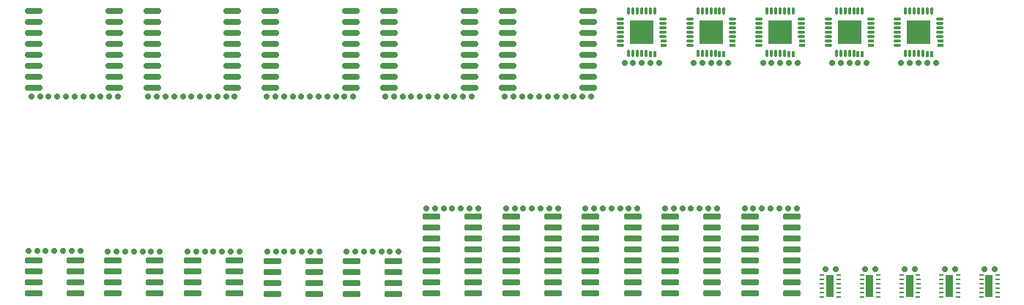
<source format=gbr>
%TF.GenerationSoftware,KiCad,Pcbnew,9.0.1*%
%TF.CreationDate,2025-04-16T14:08:05+02:00*%
%TF.ProjectId,cq2-adapt,6371322d-6164-4617-9074-2e6b69636164,rev?*%
%TF.SameCoordinates,Original*%
%TF.FileFunction,Soldermask,Top*%
%TF.FilePolarity,Negative*%
%FSLAX46Y46*%
G04 Gerber Fmt 4.6, Leading zero omitted, Abs format (unit mm)*
G04 Created by KiCad (PCBNEW 9.0.1) date 2025-04-16 14:08:05*
%MOMM*%
%LPD*%
G01*
G04 APERTURE LIST*
G04 Aperture macros list*
%AMRoundRect*
0 Rectangle with rounded corners*
0 $1 Rounding radius*
0 $2 $3 $4 $5 $6 $7 $8 $9 X,Y pos of 4 corners*
0 Add a 4 corners polygon primitive as box body*
4,1,4,$2,$3,$4,$5,$6,$7,$8,$9,$2,$3,0*
0 Add four circle primitives for the rounded corners*
1,1,$1+$1,$2,$3*
1,1,$1+$1,$4,$5*
1,1,$1+$1,$6,$7*
1,1,$1+$1,$8,$9*
0 Add four rect primitives between the rounded corners*
20,1,$1+$1,$2,$3,$4,$5,0*
20,1,$1+$1,$4,$5,$6,$7,0*
20,1,$1+$1,$6,$7,$8,$9,0*
20,1,$1+$1,$8,$9,$2,$3,0*%
G04 Aperture macros list end*
%ADD10RoundRect,0.170016X-0.864984X-0.159984X0.864984X-0.159984X0.864984X0.159984X-0.864984X0.159984X0*%
%ADD11C,0.700000*%
%ADD12RoundRect,0.062500X-0.187500X-0.062500X0.187500X-0.062500X0.187500X0.062500X-0.187500X0.062500X0*%
%ADD13R,0.900000X2.650000*%
%ADD14C,0.600000*%
%ADD15RoundRect,0.075000X0.350000X-0.075000X0.350000X0.075000X-0.350000X0.075000X-0.350000X-0.075000X0*%
%ADD16RoundRect,0.075000X-0.075000X-0.350000X0.075000X-0.350000X0.075000X0.350000X-0.075000X0.350000X0*%
%ADD17RoundRect,0.075000X-0.075000X-0.300000X0.075000X-0.300000X0.075000X0.300000X-0.075000X0.300000X0*%
%ADD18RoundRect,0.075000X0.300000X-0.075000X0.300000X0.075000X-0.300000X0.075000X-0.300000X-0.075000X0*%
%ADD19R,2.800000X2.800000*%
%ADD20RoundRect,0.150000X-0.875000X-0.150000X0.875000X-0.150000X0.875000X0.150000X-0.875000X0.150000X0*%
G04 APERTURE END LIST*
D10*
%TO.C,UT5*%
X93675000Y-108495000D03*
X93675000Y-109765000D03*
X93675000Y-111035000D03*
X93675000Y-112305000D03*
X98525000Y-112305000D03*
X98525000Y-111035000D03*
X98525000Y-109765000D03*
X98525000Y-108495000D03*
%TD*%
D11*
%TO.C,*%
X85900000Y-107395000D03*
%TD*%
D12*
%TO.C,UT2*%
X175650000Y-110150000D03*
X175650000Y-110650000D03*
X175650000Y-111150000D03*
X175650000Y-111650000D03*
X175650000Y-112150000D03*
X175650000Y-112650000D03*
X177550000Y-112650000D03*
X177550000Y-112150000D03*
X177551000Y-111650000D03*
X177551000Y-111150000D03*
X177551000Y-110650000D03*
X177550000Y-110150000D03*
D13*
X176550000Y-111400000D03*
%TD*%
D11*
%TO.C,*%
X137400000Y-85600000D03*
%TD*%
%TO.C,*%
X112500000Y-102400000D03*
%TD*%
D12*
%TO.C,UT2*%
X161850000Y-110150000D03*
X161850000Y-110650000D03*
X161850000Y-111150000D03*
X161850000Y-111650000D03*
X161850000Y-112150000D03*
X161850000Y-112650000D03*
X163750000Y-112650000D03*
X163750000Y-112150000D03*
X163751000Y-111650000D03*
X163751000Y-111150000D03*
X163751000Y-110650000D03*
X163750000Y-110150000D03*
D13*
X162750000Y-111400000D03*
%TD*%
D11*
%TO.C,*%
X73850000Y-89450000D03*
%TD*%
%TO.C,*%
X102050000Y-89500000D03*
%TD*%
%TO.C,*%
X132900000Y-102400000D03*
%TD*%
%TO.C,*%
X75850000Y-89450000D03*
%TD*%
%TO.C,*%
X68850000Y-89450000D03*
%TD*%
%TO.C,*%
X151300000Y-102400000D03*
%TD*%
%TO.C,*%
X85350000Y-89500000D03*
%TD*%
D14*
%TO.C,UB3*%
X159752494Y-81402497D03*
X159752494Y-82702497D03*
X161052494Y-81402497D03*
X161052494Y-82702497D03*
%TD*%
D11*
%TO.C,*%
X115500000Y-102400000D03*
%TD*%
%TO.C,*%
X88350000Y-89500000D03*
%TD*%
%TO.C,*%
X104300000Y-107400000D03*
%TD*%
%TO.C,*%
X94050000Y-89500000D03*
%TD*%
%TO.C,*%
X69500000Y-107390000D03*
%TD*%
%TO.C,*%
X110750000Y-89500000D03*
%TD*%
D12*
%TO.C,UT2*%
X157250000Y-110150000D03*
X157250000Y-110650000D03*
X157250000Y-111150000D03*
X157250000Y-111650000D03*
X157250000Y-112150000D03*
X157250000Y-112650000D03*
X159150000Y-112650000D03*
X159150000Y-112150000D03*
X159151000Y-111650000D03*
X159151000Y-111150000D03*
X159151000Y-110650000D03*
X159150000Y-110150000D03*
D13*
X158150000Y-111400000D03*
%TD*%
D15*
%TO.C,UT3*%
X149952494Y-80552497D03*
X149952494Y-81052497D03*
X149952494Y-81552497D03*
X149952494Y-82052497D03*
X149952494Y-82552497D03*
X149952494Y-83052497D03*
X149952494Y-83552497D03*
D16*
X150902494Y-84502497D03*
X151402494Y-84502497D03*
X151902494Y-84502497D03*
X152402494Y-84502497D03*
X152902494Y-84502497D03*
D17*
X153402494Y-84552497D03*
X153902494Y-84552497D03*
D18*
X154902494Y-83552497D03*
X154902494Y-83052497D03*
D15*
X154852494Y-82552497D03*
X154852494Y-82052497D03*
X154852494Y-81552497D03*
X154852494Y-81052497D03*
X154852494Y-80552497D03*
D16*
X153902494Y-79602497D03*
X153402494Y-79602497D03*
X152902494Y-79602497D03*
X152402494Y-79602497D03*
X151902494Y-79602497D03*
X151402494Y-79602497D03*
X150902494Y-79602497D03*
D14*
X151752494Y-81402497D03*
X151752494Y-82702497D03*
D19*
X152402494Y-82052497D03*
D14*
X153052494Y-81402497D03*
X153052494Y-82702497D03*
%TD*%
D11*
%TO.C,*%
X122700000Y-102400000D03*
%TD*%
%TO.C,*%
X131900000Y-102400000D03*
%TD*%
%TO.C,*%
X161402494Y-85602497D03*
%TD*%
D13*
%TO.C,UB2*%
X176550000Y-111400000D03*
%TD*%
D11*
%TO.C,*%
X172600000Y-109500000D03*
%TD*%
%TO.C,*%
X120550000Y-89500000D03*
%TD*%
%TO.C,*%
X163400000Y-109500000D03*
%TD*%
D10*
%TO.C,UT5*%
X102875000Y-108495000D03*
X102875000Y-109765000D03*
X102875000Y-111035000D03*
X102875000Y-112305000D03*
X107725000Y-112305000D03*
X107725000Y-111035000D03*
X107725000Y-109765000D03*
X107725000Y-108495000D03*
%TD*%
D11*
%TO.C,*%
X121550000Y-89500000D03*
%TD*%
%TO.C,*%
X126550000Y-89500000D03*
%TD*%
%TO.C,*%
X80350000Y-89500000D03*
%TD*%
%TO.C,*%
X111500000Y-102400000D03*
%TD*%
%TO.C,*%
X136400000Y-85600000D03*
%TD*%
D15*
%TO.C,UT3*%
X141950000Y-80550000D03*
X141950000Y-81050000D03*
X141950000Y-81550000D03*
X141950000Y-82050000D03*
X141950000Y-82550000D03*
X141950000Y-83050000D03*
X141950000Y-83550000D03*
D16*
X142900000Y-84500000D03*
X143400000Y-84500000D03*
X143900000Y-84500000D03*
X144400000Y-84500000D03*
X144900000Y-84500000D03*
D17*
X145400000Y-84550000D03*
X145900000Y-84550000D03*
D18*
X146900000Y-83550000D03*
X146900000Y-83050000D03*
D15*
X146850000Y-82550000D03*
X146850000Y-82050000D03*
X146850000Y-81550000D03*
X146850000Y-81050000D03*
X146850000Y-80550000D03*
D16*
X145900000Y-79600000D03*
X145400000Y-79600000D03*
X144900000Y-79600000D03*
X144400000Y-79600000D03*
X143900000Y-79600000D03*
X143400000Y-79600000D03*
X142900000Y-79600000D03*
D14*
X143750000Y-81400000D03*
X143750000Y-82700000D03*
D19*
X144400000Y-82050000D03*
D14*
X145050000Y-81400000D03*
X145050000Y-82700000D03*
%TD*%
D11*
%TO.C,*%
X107300000Y-107400000D03*
%TD*%
%TO.C,*%
X115750000Y-89500000D03*
%TD*%
D20*
%TO.C,UT1*%
X120900000Y-79600000D03*
X120900000Y-80870000D03*
X120900000Y-82140000D03*
X120900000Y-83410000D03*
X120900000Y-84680000D03*
X120900000Y-85950000D03*
X120900000Y-87220000D03*
X120900000Y-88490000D03*
X130200000Y-88490000D03*
X130200000Y-87220000D03*
X130200000Y-85950000D03*
X130200000Y-84680000D03*
X130200000Y-83410000D03*
X130200000Y-82140000D03*
X130200000Y-80870000D03*
X130200000Y-79600000D03*
%TD*%
D11*
%TO.C,*%
X130550000Y-89500000D03*
%TD*%
D13*
%TO.C,UB2*%
X167350000Y-111400000D03*
%TD*%
D11*
%TO.C,*%
X69850000Y-89450000D03*
%TD*%
%TO.C,*%
X113500000Y-102400000D03*
%TD*%
%TO.C,*%
X74850000Y-89450000D03*
%TD*%
%TO.C,*%
X67850000Y-89450000D03*
%TD*%
%TO.C,*%
X129900000Y-102400000D03*
%TD*%
D10*
%TO.C,UT4*%
X130500000Y-103400000D03*
X130500000Y-104670000D03*
X130500000Y-105940000D03*
X130500000Y-107210000D03*
X130500000Y-108480000D03*
X130500000Y-109750000D03*
X130500000Y-111020000D03*
X130500000Y-112290000D03*
X135350000Y-112290000D03*
X135350000Y-111020000D03*
X135350000Y-109750000D03*
X135350000Y-108480000D03*
X135350000Y-107210000D03*
X135350000Y-105940000D03*
X135350000Y-104670000D03*
X135350000Y-103400000D03*
%TD*%
%TO.C,UT4*%
X139700000Y-103400000D03*
X139700000Y-104670000D03*
X139700000Y-105940000D03*
X139700000Y-107210000D03*
X139700000Y-108480000D03*
X139700000Y-109750000D03*
X139700000Y-111020000D03*
X139700000Y-112290000D03*
X144550000Y-112290000D03*
X144550000Y-111020000D03*
X144550000Y-109750000D03*
X144550000Y-108480000D03*
X144550000Y-107210000D03*
X144550000Y-105940000D03*
X144550000Y-104670000D03*
X144550000Y-103400000D03*
%TD*%
D11*
%TO.C,*%
X153300000Y-102400000D03*
%TD*%
%TO.C,*%
X145100000Y-102400000D03*
%TD*%
%TO.C,*%
X130900000Y-102400000D03*
%TD*%
%TO.C,*%
X65500000Y-107390000D03*
%TD*%
%TO.C,*%
X142100000Y-102400000D03*
%TD*%
%TO.C,*%
X83350000Y-89500000D03*
%TD*%
%TO.C,*%
X158402494Y-85602497D03*
%TD*%
%TO.C,*%
X154402494Y-85602497D03*
%TD*%
%TO.C,*%
X133900000Y-102400000D03*
%TD*%
%TO.C,*%
X75700000Y-107395000D03*
%TD*%
%TO.C,*%
X148300000Y-102400000D03*
%TD*%
%TO.C,*%
X105300000Y-107400000D03*
%TD*%
%TO.C,*%
X66500000Y-107390000D03*
%TD*%
%TO.C,*%
X68500000Y-107390000D03*
%TD*%
%TO.C,*%
X142400000Y-85600000D03*
%TD*%
%TO.C,*%
X116750000Y-89500000D03*
%TD*%
%TO.C,*%
X124700000Y-102400000D03*
%TD*%
%TO.C,*%
X176000000Y-109500000D03*
%TD*%
D13*
%TO.C,UB2*%
X158150000Y-111400000D03*
%TD*%
D11*
%TO.C,*%
X159402494Y-85602497D03*
%TD*%
%TO.C,*%
X134400000Y-85600000D03*
%TD*%
%TO.C,*%
X77700000Y-107395000D03*
%TD*%
D20*
%TO.C,UT1*%
X93500000Y-79600000D03*
X93500000Y-80870000D03*
X93500000Y-82140000D03*
X93500000Y-83410000D03*
X93500000Y-84680000D03*
X93500000Y-85950000D03*
X93500000Y-87220000D03*
X93500000Y-88490000D03*
X102800000Y-88490000D03*
X102800000Y-87220000D03*
X102800000Y-85950000D03*
X102800000Y-84680000D03*
X102800000Y-83410000D03*
X102800000Y-82140000D03*
X102800000Y-80870000D03*
X102800000Y-79600000D03*
%TD*%
D11*
%TO.C,*%
X71500000Y-107390000D03*
%TD*%
%TO.C,*%
X103050000Y-89500000D03*
%TD*%
%TO.C,*%
X141100000Y-102400000D03*
%TD*%
%TO.C,*%
X70850000Y-89450000D03*
%TD*%
%TO.C,*%
X100050000Y-89500000D03*
%TD*%
%TO.C,*%
X162402494Y-85602497D03*
%TD*%
%TO.C,*%
X93100000Y-107400000D03*
%TD*%
D20*
%TO.C,UT1*%
X79800000Y-79600000D03*
X79800000Y-80870000D03*
X79800000Y-82140000D03*
X79800000Y-83410000D03*
X79800000Y-84680000D03*
X79800000Y-85950000D03*
X79800000Y-87220000D03*
X79800000Y-88490000D03*
X89100000Y-88490000D03*
X89100000Y-87220000D03*
X89100000Y-85950000D03*
X89100000Y-84680000D03*
X89100000Y-83410000D03*
X89100000Y-82140000D03*
X89100000Y-80870000D03*
X89100000Y-79600000D03*
%TD*%
D11*
%TO.C,*%
X152300000Y-102400000D03*
%TD*%
%TO.C,*%
X86900000Y-107395000D03*
%TD*%
%TO.C,*%
X86350000Y-89500000D03*
%TD*%
%TO.C,*%
X154300000Y-102400000D03*
%TD*%
%TO.C,*%
X79350000Y-89500000D03*
%TD*%
D14*
%TO.C,UB3*%
X167752494Y-81402497D03*
X167752494Y-82702497D03*
X169052494Y-81402497D03*
X169052494Y-82702497D03*
%TD*%
D11*
%TO.C,*%
X168402494Y-85602497D03*
%TD*%
%TO.C,*%
X150300000Y-102400000D03*
%TD*%
%TO.C,*%
X151402494Y-85602497D03*
%TD*%
%TO.C,*%
X97050000Y-89500000D03*
%TD*%
%TO.C,*%
X144100000Y-102400000D03*
%TD*%
D10*
%TO.C,UT4*%
X112100000Y-103400000D03*
X112100000Y-104670000D03*
X112100000Y-105940000D03*
X112100000Y-107210000D03*
X112100000Y-108480000D03*
X112100000Y-109750000D03*
X112100000Y-111020000D03*
X112100000Y-112290000D03*
X116950000Y-112290000D03*
X116950000Y-111020000D03*
X116950000Y-109750000D03*
X116950000Y-108480000D03*
X116950000Y-107210000D03*
X116950000Y-105940000D03*
X116950000Y-104670000D03*
X116950000Y-103400000D03*
%TD*%
D11*
%TO.C,*%
X162200000Y-109500000D03*
%TD*%
%TO.C,*%
X67500000Y-107390000D03*
%TD*%
%TO.C,*%
X152402494Y-85602497D03*
%TD*%
%TO.C,*%
X124550000Y-89500000D03*
%TD*%
%TO.C,*%
X169402494Y-85602497D03*
%TD*%
%TO.C,*%
X99050000Y-89500000D03*
%TD*%
D14*
%TO.C,UB3*%
X143750000Y-81400000D03*
X143750000Y-82700000D03*
X145050000Y-81400000D03*
X145050000Y-82700000D03*
%TD*%
D11*
%TO.C,*%
X121700000Y-102400000D03*
%TD*%
%TO.C,*%
X89350000Y-89500000D03*
%TD*%
%TO.C,*%
X106300000Y-107400000D03*
%TD*%
D15*
%TO.C,UT3*%
X133950000Y-80550000D03*
X133950000Y-81050000D03*
X133950000Y-81550000D03*
X133950000Y-82050000D03*
X133950000Y-82550000D03*
X133950000Y-83050000D03*
X133950000Y-83550000D03*
D16*
X134900000Y-84500000D03*
X135400000Y-84500000D03*
X135900000Y-84500000D03*
X136400000Y-84500000D03*
X136900000Y-84500000D03*
D17*
X137400000Y-84550000D03*
X137900000Y-84550000D03*
D18*
X138900000Y-83550000D03*
X138900000Y-83050000D03*
D15*
X138850000Y-82550000D03*
X138850000Y-82050000D03*
X138850000Y-81550000D03*
X138850000Y-81050000D03*
X138850000Y-80550000D03*
D16*
X137900000Y-79600000D03*
X137400000Y-79600000D03*
X136900000Y-79600000D03*
X136400000Y-79600000D03*
X135900000Y-79600000D03*
X135400000Y-79600000D03*
X134900000Y-79600000D03*
D14*
X135750000Y-81400000D03*
X135750000Y-82700000D03*
D19*
X136400000Y-82050000D03*
D14*
X137050000Y-81400000D03*
X137050000Y-82700000D03*
%TD*%
D10*
%TO.C,UT5*%
X66075000Y-108485000D03*
X66075000Y-109755000D03*
X66075000Y-111025000D03*
X66075000Y-112295000D03*
X70925000Y-112295000D03*
X70925000Y-111025000D03*
X70925000Y-109755000D03*
X70925000Y-108485000D03*
%TD*%
D11*
%TO.C,*%
X83900000Y-107395000D03*
%TD*%
%TO.C,*%
X74700000Y-107395000D03*
%TD*%
%TO.C,*%
X158800000Y-109500000D03*
%TD*%
%TO.C,*%
X79700000Y-107395000D03*
%TD*%
%TO.C,*%
X109750000Y-89500000D03*
%TD*%
%TO.C,*%
X135400000Y-85600000D03*
%TD*%
%TO.C,*%
X128550000Y-89500000D03*
%TD*%
%TO.C,*%
X108750000Y-89500000D03*
%TD*%
%TO.C,*%
X94100000Y-107400000D03*
%TD*%
%TO.C,*%
X143400000Y-85600000D03*
%TD*%
%TO.C,*%
X81350000Y-89500000D03*
%TD*%
%TO.C,*%
X97100000Y-107400000D03*
%TD*%
%TO.C,*%
X150402494Y-85602497D03*
%TD*%
%TO.C,*%
X71850000Y-89450000D03*
%TD*%
%TO.C,*%
X112750000Y-89500000D03*
%TD*%
D15*
%TO.C,UT3*%
X157952494Y-80552497D03*
X157952494Y-81052497D03*
X157952494Y-81552497D03*
X157952494Y-82052497D03*
X157952494Y-82552497D03*
X157952494Y-83052497D03*
X157952494Y-83552497D03*
D16*
X158902494Y-84502497D03*
X159402494Y-84502497D03*
X159902494Y-84502497D03*
X160402494Y-84502497D03*
X160902494Y-84502497D03*
D17*
X161402494Y-84552497D03*
X161902494Y-84552497D03*
D18*
X162902494Y-83552497D03*
X162902494Y-83052497D03*
D15*
X162852494Y-82552497D03*
X162852494Y-82052497D03*
X162852494Y-81552497D03*
X162852494Y-81052497D03*
X162852494Y-80552497D03*
D16*
X161902494Y-79602497D03*
X161402494Y-79602497D03*
X160902494Y-79602497D03*
X160402494Y-79602497D03*
X159902494Y-79602497D03*
X159402494Y-79602497D03*
X158902494Y-79602497D03*
D14*
X159752494Y-81402497D03*
X159752494Y-82702497D03*
D19*
X160402494Y-82052497D03*
D14*
X161052494Y-81402497D03*
X161052494Y-82702497D03*
%TD*%
D11*
%TO.C,*%
X116500000Y-102400000D03*
%TD*%
D10*
%TO.C,UT4*%
X148900000Y-103400000D03*
X148900000Y-104670000D03*
X148900000Y-105940000D03*
X148900000Y-107210000D03*
X148900000Y-108480000D03*
X148900000Y-109750000D03*
X148900000Y-111020000D03*
X148900000Y-112290000D03*
X153750000Y-112290000D03*
X153750000Y-111020000D03*
X153750000Y-109750000D03*
X153750000Y-108480000D03*
X153750000Y-107210000D03*
X153750000Y-105940000D03*
X153750000Y-104670000D03*
X153750000Y-103400000D03*
%TD*%
%TO.C,UT5*%
X75275000Y-108490000D03*
X75275000Y-109760000D03*
X75275000Y-111030000D03*
X75275000Y-112300000D03*
X80125000Y-112300000D03*
X80125000Y-111030000D03*
X80125000Y-109760000D03*
X80125000Y-108490000D03*
%TD*%
D11*
%TO.C,*%
X84900000Y-107395000D03*
%TD*%
%TO.C,*%
X89900000Y-107395000D03*
%TD*%
%TO.C,*%
X108300000Y-107400000D03*
%TD*%
%TO.C,*%
X143100000Y-102400000D03*
%TD*%
%TO.C,*%
X103300000Y-107400000D03*
%TD*%
%TO.C,*%
X177200000Y-109500000D03*
%TD*%
%TO.C,*%
X125550000Y-89500000D03*
%TD*%
D20*
%TO.C,UT1*%
X107200000Y-79600000D03*
X107200000Y-80870000D03*
X107200000Y-82140000D03*
X107200000Y-83410000D03*
X107200000Y-84680000D03*
X107200000Y-85950000D03*
X107200000Y-87220000D03*
X107200000Y-88490000D03*
X116500000Y-88490000D03*
X116500000Y-87220000D03*
X116500000Y-85950000D03*
X116500000Y-84680000D03*
X116500000Y-83410000D03*
X116500000Y-82140000D03*
X116500000Y-80870000D03*
X116500000Y-79600000D03*
%TD*%
D11*
%TO.C,*%
X171400000Y-109500000D03*
%TD*%
%TO.C,*%
X149300000Y-102400000D03*
%TD*%
%TO.C,*%
X114750000Y-89500000D03*
%TD*%
%TO.C,*%
X87900000Y-107395000D03*
%TD*%
%TO.C,*%
X125700000Y-102400000D03*
%TD*%
%TO.C,*%
X146400000Y-85600000D03*
%TD*%
%TO.C,*%
X135900000Y-102400000D03*
%TD*%
%TO.C,*%
X106750000Y-89500000D03*
%TD*%
%TO.C,*%
X96050000Y-89500000D03*
%TD*%
%TO.C,*%
X129550000Y-89500000D03*
%TD*%
D14*
%TO.C,UB3*%
X135750000Y-81400000D03*
X135750000Y-82700000D03*
X137050000Y-81400000D03*
X137050000Y-82700000D03*
%TD*%
D11*
%TO.C,*%
X84350000Y-89500000D03*
%TD*%
%TO.C,*%
X123700000Y-102400000D03*
%TD*%
D14*
%TO.C,UB3*%
X151752494Y-81402497D03*
X151752494Y-82702497D03*
X153052494Y-81402497D03*
X153052494Y-82702497D03*
%TD*%
D11*
%TO.C,*%
X102300000Y-107400000D03*
%TD*%
D12*
%TO.C,UT2*%
X166450000Y-110150000D03*
X166450000Y-110650000D03*
X166450000Y-111150000D03*
X166450000Y-111650000D03*
X166450000Y-112150000D03*
X166450000Y-112650000D03*
X168350000Y-112650000D03*
X168350000Y-112150000D03*
X168351000Y-111650000D03*
X168351000Y-111150000D03*
X168351000Y-110650000D03*
X168350000Y-110150000D03*
D13*
X167350000Y-111400000D03*
%TD*%
D11*
%TO.C,*%
X66850000Y-89450000D03*
%TD*%
%TO.C,*%
X145400000Y-85600000D03*
%TD*%
%TO.C,*%
X139100000Y-102400000D03*
%TD*%
D20*
%TO.C,UT1*%
X66100000Y-79600000D03*
X66100000Y-80870000D03*
X66100000Y-82140000D03*
X66100000Y-83410000D03*
X66100000Y-84680000D03*
X66100000Y-85950000D03*
X66100000Y-87220000D03*
X66100000Y-88490000D03*
X75400000Y-88490000D03*
X75400000Y-87220000D03*
X75400000Y-85950000D03*
X75400000Y-84680000D03*
X75400000Y-83410000D03*
X75400000Y-82140000D03*
X75400000Y-80870000D03*
X75400000Y-79600000D03*
%TD*%
D11*
%TO.C,*%
X123550000Y-89500000D03*
%TD*%
D10*
%TO.C,UT4*%
X121300000Y-103400000D03*
X121300000Y-104670000D03*
X121300000Y-105940000D03*
X121300000Y-107210000D03*
X121300000Y-108480000D03*
X121300000Y-109750000D03*
X121300000Y-111020000D03*
X121300000Y-112290000D03*
X126150000Y-112290000D03*
X126150000Y-111020000D03*
X126150000Y-109750000D03*
X126150000Y-108480000D03*
X126150000Y-107210000D03*
X126150000Y-105940000D03*
X126150000Y-104670000D03*
X126150000Y-103400000D03*
%TD*%
D11*
%TO.C,*%
X113750000Y-89500000D03*
%TD*%
%TO.C,*%
X134900000Y-102400000D03*
%TD*%
%TO.C,*%
X167402494Y-85602497D03*
%TD*%
%TO.C,*%
X70500000Y-107390000D03*
%TD*%
%TO.C,*%
X166800000Y-109500000D03*
%TD*%
%TO.C,*%
X82350000Y-89500000D03*
%TD*%
%TO.C,*%
X101050000Y-89500000D03*
%TD*%
%TO.C,*%
X166402494Y-85602497D03*
%TD*%
D13*
%TO.C,UB2*%
X171950000Y-111400000D03*
%TD*%
D12*
%TO.C,UT2*%
X171050000Y-110150000D03*
X171050000Y-110650000D03*
X171050000Y-111150000D03*
X171050000Y-111650000D03*
X171050000Y-112150000D03*
X171050000Y-112650000D03*
X172950000Y-112650000D03*
X172950000Y-112150000D03*
X172951000Y-111650000D03*
X172951000Y-111150000D03*
X172951000Y-110650000D03*
X172950000Y-110150000D03*
D13*
X171950000Y-111400000D03*
%TD*%
D11*
%TO.C,*%
X80700000Y-107395000D03*
%TD*%
%TO.C,*%
X153402494Y-85602497D03*
%TD*%
%TO.C,*%
X99100000Y-107400000D03*
%TD*%
%TO.C,*%
X96100000Y-107400000D03*
%TD*%
%TO.C,*%
X117500000Y-102400000D03*
%TD*%
D15*
%TO.C,UT3*%
X165952494Y-80552497D03*
X165952494Y-81052497D03*
X165952494Y-81552497D03*
X165952494Y-82052497D03*
X165952494Y-82552497D03*
X165952494Y-83052497D03*
X165952494Y-83552497D03*
D16*
X166902494Y-84502497D03*
X167402494Y-84502497D03*
X167902494Y-84502497D03*
X168402494Y-84502497D03*
X168902494Y-84502497D03*
D17*
X169402494Y-84552497D03*
X169902494Y-84552497D03*
D18*
X170902494Y-83552497D03*
X170902494Y-83052497D03*
D15*
X170852494Y-82552497D03*
X170852494Y-82052497D03*
X170852494Y-81552497D03*
X170852494Y-81052497D03*
X170852494Y-80552497D03*
D16*
X169902494Y-79602497D03*
X169402494Y-79602497D03*
X168902494Y-79602497D03*
X168402494Y-79602497D03*
X167902494Y-79602497D03*
X167402494Y-79602497D03*
X166902494Y-79602497D03*
D14*
X167752494Y-81402497D03*
X167752494Y-82702497D03*
D19*
X168402494Y-82052497D03*
D14*
X169052494Y-81402497D03*
X169052494Y-82702497D03*
%TD*%
D11*
%TO.C,*%
X122550000Y-89500000D03*
%TD*%
%TO.C,*%
X127550000Y-89500000D03*
%TD*%
%TO.C,*%
X78700000Y-107395000D03*
%TD*%
%TO.C,*%
X138400000Y-85600000D03*
%TD*%
%TO.C,*%
X98050000Y-89500000D03*
%TD*%
%TO.C,*%
X93050000Y-89500000D03*
%TD*%
%TO.C,*%
X144400000Y-85600000D03*
%TD*%
%TO.C,*%
X88900000Y-107395000D03*
%TD*%
%TO.C,*%
X157600000Y-109500000D03*
%TD*%
%TO.C,*%
X95100000Y-107400000D03*
%TD*%
%TO.C,*%
X65850000Y-89450000D03*
%TD*%
%TO.C,*%
X98100000Y-107400000D03*
%TD*%
%TO.C,*%
X95050000Y-89500000D03*
%TD*%
%TO.C,*%
X72850000Y-89450000D03*
%TD*%
%TO.C,*%
X87350000Y-89500000D03*
%TD*%
%TO.C,*%
X120700000Y-102400000D03*
%TD*%
%TO.C,*%
X160402494Y-85602497D03*
%TD*%
%TO.C,*%
X170402494Y-85602497D03*
%TD*%
%TO.C,*%
X114500000Y-102400000D03*
%TD*%
%TO.C,*%
X111750000Y-89500000D03*
%TD*%
%TO.C,*%
X126700000Y-102400000D03*
%TD*%
D13*
%TO.C,UB2*%
X162750000Y-111400000D03*
%TD*%
D11*
%TO.C,*%
X107750000Y-89500000D03*
%TD*%
%TO.C,*%
X76700000Y-107395000D03*
%TD*%
%TO.C,*%
X140100000Y-102400000D03*
%TD*%
%TO.C,*%
X168000000Y-109500000D03*
%TD*%
D10*
%TO.C,UT5*%
X84475000Y-108490000D03*
X84475000Y-109760000D03*
X84475000Y-111030000D03*
X84475000Y-112300000D03*
X89325000Y-112300000D03*
X89325000Y-111030000D03*
X89325000Y-109760000D03*
X89325000Y-108490000D03*
%TD*%
M02*

</source>
